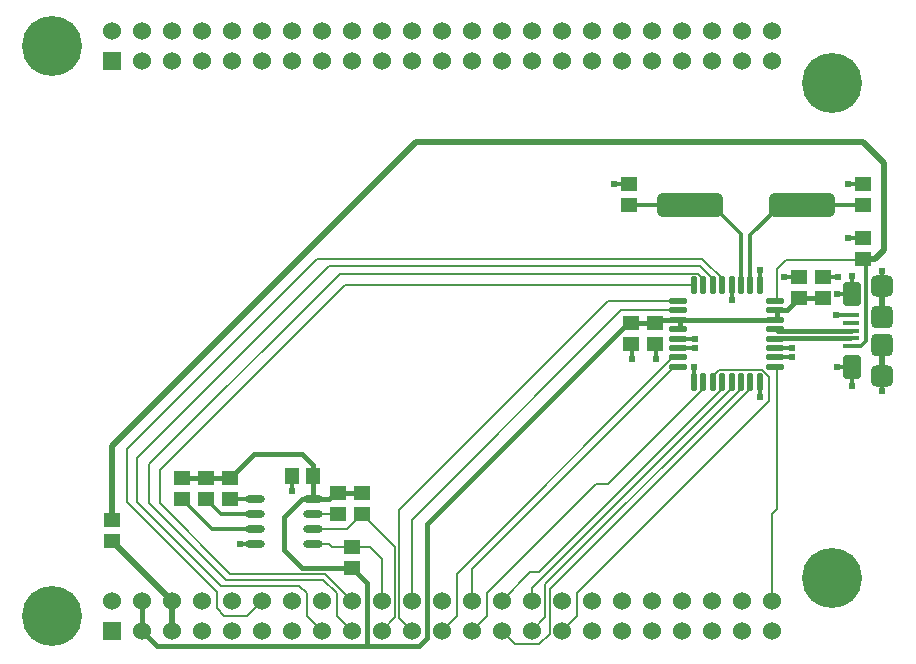
<source format=gtl>
G04 Layer_Physical_Order=1*
G04 Layer_Color=11767835*
%FSLAX25Y25*%
%MOIN*%
G70*
G01*
G75*
%ADD10R,0.05709X0.04528*%
G04:AMPARAMS|DCode=11|XSize=15.75mil|YSize=53.15mil|CornerRadius=3.94mil|HoleSize=0mil|Usage=FLASHONLY|Rotation=90.000|XOffset=0mil|YOffset=0mil|HoleType=Round|Shape=RoundedRectangle|*
%AMROUNDEDRECTD11*
21,1,0.01575,0.04528,0,0,90.0*
21,1,0.00787,0.05315,0,0,90.0*
1,1,0.00787,0.02264,0.00394*
1,1,0.00787,0.02264,-0.00394*
1,1,0.00787,-0.02264,-0.00394*
1,1,0.00787,-0.02264,0.00394*
%
%ADD11ROUNDEDRECTD11*%
G04:AMPARAMS|DCode=12|XSize=74.8mil|YSize=74.8mil|CornerRadius=18.7mil|HoleSize=0mil|Usage=FLASHONLY|Rotation=270.000|XOffset=0mil|YOffset=0mil|HoleType=Round|Shape=RoundedRectangle|*
%AMROUNDEDRECTD12*
21,1,0.07480,0.03740,0,0,270.0*
21,1,0.03740,0.07480,0,0,270.0*
1,1,0.03740,-0.01870,-0.01870*
1,1,0.03740,-0.01870,0.01870*
1,1,0.03740,0.01870,0.01870*
1,1,0.03740,0.01870,-0.01870*
%
%ADD12ROUNDEDRECTD12*%
G04:AMPARAMS|DCode=13|XSize=70.87mil|YSize=74.8mil|CornerRadius=17.72mil|HoleSize=0mil|Usage=FLASHONLY|Rotation=270.000|XOffset=0mil|YOffset=0mil|HoleType=Round|Shape=RoundedRectangle|*
%AMROUNDEDRECTD13*
21,1,0.07087,0.03937,0,0,270.0*
21,1,0.03543,0.07480,0,0,270.0*
1,1,0.03543,-0.01969,-0.01772*
1,1,0.03543,-0.01969,0.01772*
1,1,0.03543,0.01969,0.01772*
1,1,0.03543,0.01969,-0.01772*
%
%ADD13ROUNDEDRECTD13*%
G04:AMPARAMS|DCode=14|XSize=82.68mil|YSize=62.99mil|CornerRadius=15.75mil|HoleSize=0mil|Usage=FLASHONLY|Rotation=90.000|XOffset=0mil|YOffset=0mil|HoleType=Round|Shape=RoundedRectangle|*
%AMROUNDEDRECTD14*
21,1,0.08268,0.03150,0,0,90.0*
21,1,0.05118,0.06299,0,0,90.0*
1,1,0.03150,0.01575,0.02559*
1,1,0.03150,0.01575,-0.02559*
1,1,0.03150,-0.01575,-0.02559*
1,1,0.03150,-0.01575,0.02559*
%
%ADD14ROUNDEDRECTD14*%
%ADD15O,0.06693X0.02362*%
%ADD16R,0.04528X0.05709*%
G04:AMPARAMS|DCode=17|XSize=57.09mil|YSize=19.69mil|CornerRadius=4.92mil|HoleSize=0mil|Usage=FLASHONLY|Rotation=0.000|XOffset=0mil|YOffset=0mil|HoleType=Round|Shape=RoundedRectangle|*
%AMROUNDEDRECTD17*
21,1,0.05709,0.00984,0,0,0.0*
21,1,0.04724,0.01969,0,0,0.0*
1,1,0.00984,0.02362,-0.00492*
1,1,0.00984,-0.02362,-0.00492*
1,1,0.00984,-0.02362,0.00492*
1,1,0.00984,0.02362,0.00492*
%
%ADD17ROUNDEDRECTD17*%
G04:AMPARAMS|DCode=18|XSize=57.09mil|YSize=19.69mil|CornerRadius=4.92mil|HoleSize=0mil|Usage=FLASHONLY|Rotation=90.000|XOffset=0mil|YOffset=0mil|HoleType=Round|Shape=RoundedRectangle|*
%AMROUNDEDRECTD18*
21,1,0.05709,0.00984,0,0,90.0*
21,1,0.04724,0.01969,0,0,90.0*
1,1,0.00984,0.00492,0.02362*
1,1,0.00984,0.00492,-0.02362*
1,1,0.00984,-0.00492,-0.02362*
1,1,0.00984,-0.00492,0.02362*
%
%ADD18ROUNDEDRECTD18*%
G04:AMPARAMS|DCode=19|XSize=220.47mil|YSize=82.68mil|CornerRadius=20.67mil|HoleSize=0mil|Usage=FLASHONLY|Rotation=0.000|XOffset=0mil|YOffset=0mil|HoleType=Round|Shape=RoundedRectangle|*
%AMROUNDEDRECTD19*
21,1,0.22047,0.04134,0,0,0.0*
21,1,0.17913,0.08268,0,0,0.0*
1,1,0.04134,0.08957,-0.02067*
1,1,0.04134,-0.08957,-0.02067*
1,1,0.04134,-0.08957,0.02067*
1,1,0.04134,0.08957,0.02067*
%
%ADD19ROUNDEDRECTD19*%
%ADD20C,0.01600*%
%ADD21C,0.00600*%
%ADD22C,0.01200*%
%ADD23C,0.02000*%
%ADD24C,0.01800*%
%ADD25R,0.06000X0.06000*%
%ADD26C,0.06000*%
%ADD27C,0.20000*%
%ADD28C,0.02400*%
D10*
X478000Y446957D02*
D03*
Y454043D02*
D03*
X464500Y433957D02*
D03*
Y441043D02*
D03*
X456500Y433957D02*
D03*
Y441043D02*
D03*
X478000Y472043D02*
D03*
Y464957D02*
D03*
X400000Y464957D02*
D03*
Y472043D02*
D03*
X408500Y425543D02*
D03*
Y418457D02*
D03*
X400500Y425543D02*
D03*
Y418457D02*
D03*
X303000Y361957D02*
D03*
Y369043D02*
D03*
X311000Y361957D02*
D03*
Y369043D02*
D03*
X307500Y351043D02*
D03*
Y343957D02*
D03*
X259000Y366957D02*
D03*
Y374043D02*
D03*
X251000Y366957D02*
D03*
Y374043D02*
D03*
X267000Y366957D02*
D03*
Y374043D02*
D03*
X227500Y360087D02*
D03*
Y353000D02*
D03*
D11*
X473734Y428118D02*
D03*
Y417882D02*
D03*
Y420441D02*
D03*
Y425559D02*
D03*
Y423000D02*
D03*
D12*
X484266Y427724D02*
D03*
Y418276D02*
D03*
D13*
Y437961D02*
D03*
Y408039D02*
D03*
D14*
X474226Y435205D02*
D03*
Y410795D02*
D03*
D15*
X275354Y367000D02*
D03*
Y362000D02*
D03*
Y357000D02*
D03*
Y352000D02*
D03*
X294645Y367000D02*
D03*
Y362000D02*
D03*
Y357000D02*
D03*
Y352000D02*
D03*
D16*
X294543Y374500D02*
D03*
X287457D02*
D03*
D17*
X416358Y433024D02*
D03*
Y429874D02*
D03*
Y426724D02*
D03*
Y423575D02*
D03*
Y420425D02*
D03*
Y417276D02*
D03*
Y414126D02*
D03*
Y410976D02*
D03*
X448642D02*
D03*
Y414126D02*
D03*
Y417276D02*
D03*
Y420425D02*
D03*
Y423575D02*
D03*
Y426724D02*
D03*
Y429874D02*
D03*
Y433024D02*
D03*
D18*
X421476Y405858D02*
D03*
X424626D02*
D03*
X427776D02*
D03*
X430925D02*
D03*
X434075D02*
D03*
X437224D02*
D03*
X440374D02*
D03*
X443524D02*
D03*
Y438142D02*
D03*
X440374D02*
D03*
X437224D02*
D03*
X434075D02*
D03*
X430925D02*
D03*
X427776D02*
D03*
X424626D02*
D03*
X421476D02*
D03*
D19*
X420299Y465000D02*
D03*
X457701D02*
D03*
D20*
X302043Y369043D02*
X303000D01*
X300000Y367000D02*
X302043Y369043D01*
X294645Y367000D02*
X300000D01*
X399543Y425543D02*
X401000D01*
X332500Y358500D02*
X399543Y425543D01*
X332500Y320500D02*
Y358500D01*
X401489Y425543D02*
X409500D01*
X242500Y318000D02*
X312500D01*
X237500Y323000D02*
X242500Y318000D01*
X294645Y367000D02*
Y378355D01*
X291000Y367000D02*
X294645D01*
X285000Y361000D02*
X291000Y367000D01*
X285000Y350000D02*
Y361000D01*
Y350000D02*
X291043Y343957D01*
X307500D01*
X259000Y374043D02*
X267000D01*
X251000D02*
X259000D01*
X291000Y382000D02*
X294645Y378355D01*
X274957Y382000D02*
X291000D01*
X267000Y374043D02*
X274957Y382000D01*
X312500Y318000D02*
X330000D01*
X312500D02*
Y338957D01*
X307500Y343957D02*
X312500Y338957D01*
X303000Y369043D02*
X311000D01*
X330000Y318000D02*
X332500Y320500D01*
X237500Y323000D02*
Y333000D01*
X409500Y425543D02*
X410681Y426724D01*
X416858D01*
Y423575D02*
Y426724D01*
X449142D01*
X456500Y433957D02*
X464500D01*
X449142Y426724D02*
Y429874D01*
X452417D01*
X456500Y433957D01*
D21*
X424240Y447000D02*
X431425Y439815D01*
X296000Y447000D02*
X424240D01*
X232500Y383500D02*
X296000Y447000D01*
X423591Y444500D02*
X428276Y439815D01*
X300000Y444500D02*
X423591D01*
X236000Y380500D02*
X300000Y444500D01*
X446500Y399500D02*
Y407705D01*
X430000Y410000D02*
X444205D01*
X446500Y407705D01*
X427776Y407776D02*
X430000Y410000D01*
X427776Y405858D02*
Y407776D01*
X416358Y414126D02*
X416858D01*
X414626D02*
X416358D01*
X342500Y328000D02*
Y342000D01*
X414626Y414126D01*
X298500Y342000D02*
X307500Y333000D01*
X267000Y342000D02*
X298500D01*
X243500Y365500D02*
X267000Y342000D01*
X290000Y338000D02*
X292500Y335500D01*
X264000Y338000D02*
X290000D01*
X236000Y366000D02*
X264000Y338000D01*
X298000Y340000D02*
X302500Y335500D01*
X265500Y340000D02*
X298000D01*
X240000Y365500D02*
X265500Y340000D01*
X240000Y365500D02*
Y378500D01*
X272500Y328000D02*
X277500Y333000D01*
X265000Y328000D02*
X272500D01*
X262500Y330500D02*
X265000Y328000D01*
X262500Y330500D02*
Y336000D01*
X232500Y366000D02*
X262500Y336000D01*
X243500Y376500D02*
X305142Y438142D01*
X243500Y365500D02*
Y376500D01*
X240000Y378500D02*
X303396Y441896D01*
X236000Y366000D02*
Y380500D01*
X232500Y366000D02*
Y383500D01*
X292500Y328000D02*
Y335500D01*
X423045Y441896D02*
X425126Y439815D01*
X303396Y441896D02*
X423045D01*
X292500Y328000D02*
X297500Y323000D01*
X302500Y328000D02*
X307500Y323000D01*
X302500Y328000D02*
Y335500D01*
X307500Y351043D02*
X313457D01*
X317500Y347000D01*
X294645Y352000D02*
X300000D01*
X300957Y351043D02*
X307500D01*
X300000Y352000D02*
X300957Y351043D01*
X311000Y361957D02*
X322000Y350957D01*
X317500Y323000D02*
X322000Y327500D01*
Y350957D01*
X294645Y357000D02*
X306043D01*
X311000Y361957D01*
X294645Y362000D02*
X302957D01*
X323200Y363200D02*
X393024Y433024D01*
X323200Y327300D02*
Y363200D01*
Y327300D02*
X327500Y323000D01*
X317500Y333000D02*
Y347000D01*
X393024Y433024D02*
X416858D01*
X327500Y333000D02*
Y360000D01*
X397374Y429874D01*
X416858D01*
X382500Y335500D02*
X446500Y399500D01*
X382500Y328000D02*
Y335500D01*
X347500Y333000D02*
Y343500D01*
X414976Y410976D01*
X352500Y328000D02*
Y335500D01*
X347500Y323000D02*
X352500Y328000D01*
X389000Y372000D02*
X392941D01*
X425126Y404185D01*
X337500Y323000D02*
X342500Y328000D01*
X352500Y335500D02*
X389000Y372000D01*
X414976Y410976D02*
X416858D01*
X452100Y446600D02*
X478143D01*
X449142Y443642D02*
X452100Y446600D01*
X478143D02*
X478500Y446957D01*
X447500Y333000D02*
X447642Y333142D01*
Y362000D01*
X449142Y363500D02*
Y410976D01*
X447642Y362000D02*
X449142Y363500D01*
X372000Y338460D02*
X437724Y404185D01*
X372000Y327500D02*
Y338460D01*
X367500Y323000D02*
X372000Y327500D01*
X373500Y336811D02*
X440874Y404185D01*
X373500Y322000D02*
Y336811D01*
X370000Y318500D02*
X373500Y322000D01*
X362000Y318500D02*
X370000D01*
X357500Y323000D02*
X362000Y318500D01*
X377500Y323000D02*
X382500Y328000D01*
X357500Y333000D02*
X367000Y342500D01*
X369740D01*
X367500Y333000D02*
Y337110D01*
X305142Y438142D02*
X421976D01*
X367500Y337110D02*
X434575Y404185D01*
X369740Y342500D02*
X431425Y404185D01*
X425126D02*
Y405858D01*
X449142Y433024D02*
Y443642D01*
D22*
X473000Y454000D02*
X478457D01*
X478500Y454043D01*
X401000Y413457D02*
Y418457D01*
X409000Y413457D02*
Y418457D01*
X443524Y438142D02*
Y443142D01*
X434075Y433142D02*
Y438142D01*
X421476Y405858D02*
Y410858D01*
X443524Y400858D02*
Y405858D01*
X464500Y441043D02*
X469500D01*
X270354Y352000D02*
X275354D01*
X251000Y366957D02*
X260957Y357000D01*
X275354D01*
X259000Y366957D02*
X263957Y362000D01*
X275354D01*
X267043Y367000D02*
X275354D01*
X478500Y446957D02*
X479000Y446457D01*
Y419500D02*
Y446457D01*
X477382Y417882D02*
X479000Y419500D01*
X473734Y417882D02*
X477382D01*
X473000Y472043D02*
X478000D01*
X287457Y369500D02*
Y374500D01*
X449142Y417276D02*
X454142D01*
X449142Y414126D02*
X454142D01*
X416858Y417276D02*
X421858D01*
X416858Y420425D02*
X421858D01*
X440374Y438142D02*
Y454874D01*
X450500Y465000D02*
X457701D01*
X440374Y454874D02*
X450500Y465000D01*
X437224Y438142D02*
Y455276D01*
X427500Y465000D02*
X437224Y455276D01*
X420299Y465000D02*
X427500D01*
X400043D02*
X420299D01*
X457701D02*
X457744Y464957D01*
X478000D01*
X395000Y472043D02*
X400000D01*
X468734Y428118D02*
X473734D01*
X469226Y435205D02*
X474226D01*
X469226Y410795D02*
X474226D01*
Y404726D02*
Y410795D01*
X484266Y403039D02*
Y408039D01*
Y437961D02*
Y442961D01*
X451500Y441043D02*
X456500D01*
X474226Y435205D02*
Y441274D01*
D23*
X247500Y323000D02*
Y333000D01*
X481957Y446957D02*
X485000Y450000D01*
X478500Y446957D02*
X481957D01*
X329000Y486000D02*
X478000D01*
X227500Y384500D02*
X329000Y486000D01*
X227500Y360087D02*
Y384500D01*
Y353000D02*
X247500Y333000D01*
X485000Y450000D02*
Y479000D01*
X478000Y486000D02*
X485000Y479000D01*
X484266Y408039D02*
Y418276D01*
Y427724D02*
Y437961D01*
D24*
X449817Y420600D02*
X473575D01*
X449642Y420425D02*
X449817Y420600D01*
X449500Y423000D02*
X473734D01*
D25*
X227500Y323000D02*
D03*
Y513000D02*
D03*
D26*
X237500Y323000D02*
D03*
X247500D02*
D03*
X257500D02*
D03*
X267500D02*
D03*
X277500D02*
D03*
X287500D02*
D03*
X297500D02*
D03*
X307500D02*
D03*
X317500D02*
D03*
X327500D02*
D03*
X337500D02*
D03*
X347500D02*
D03*
X357500D02*
D03*
X367500D02*
D03*
X377500D02*
D03*
X387500D02*
D03*
X397500D02*
D03*
X407500D02*
D03*
X417500D02*
D03*
X427500D02*
D03*
X437500D02*
D03*
X447500D02*
D03*
X227500Y333000D02*
D03*
X237500D02*
D03*
X247500D02*
D03*
X257500D02*
D03*
X267500D02*
D03*
X277500D02*
D03*
X287500D02*
D03*
X297500D02*
D03*
X307500D02*
D03*
X317500D02*
D03*
X327500D02*
D03*
X337500D02*
D03*
X347500D02*
D03*
X357500D02*
D03*
X367500D02*
D03*
X377500D02*
D03*
X387500D02*
D03*
X397500D02*
D03*
X407500D02*
D03*
X417500D02*
D03*
X427500D02*
D03*
X437500D02*
D03*
X447500D02*
D03*
X237500Y513000D02*
D03*
X247500D02*
D03*
X257500D02*
D03*
X267500D02*
D03*
X277500D02*
D03*
X287500D02*
D03*
X297500D02*
D03*
X307500D02*
D03*
X317500D02*
D03*
X327500D02*
D03*
X337500D02*
D03*
X347500D02*
D03*
X357500D02*
D03*
X367500D02*
D03*
X377500D02*
D03*
X387500D02*
D03*
X397500D02*
D03*
X407500D02*
D03*
X417500D02*
D03*
X427500D02*
D03*
X437500D02*
D03*
X447500D02*
D03*
X227500Y523000D02*
D03*
X237500D02*
D03*
X247500D02*
D03*
X257500D02*
D03*
X267500D02*
D03*
X277500D02*
D03*
X287500D02*
D03*
X297500D02*
D03*
X307500D02*
D03*
X317500D02*
D03*
X327500D02*
D03*
X337500D02*
D03*
X347500D02*
D03*
X357500D02*
D03*
X367500D02*
D03*
X377500D02*
D03*
X387500D02*
D03*
X397500D02*
D03*
X407500D02*
D03*
X417500D02*
D03*
X427500D02*
D03*
X437500D02*
D03*
X447500D02*
D03*
D27*
X467500Y505500D02*
D03*
Y340500D02*
D03*
X207500Y518000D02*
D03*
Y328000D02*
D03*
D28*
X473000Y454000D02*
D03*
X401000Y413457D02*
D03*
X409000D02*
D03*
X443524Y443142D02*
D03*
X434075Y433142D02*
D03*
X421476Y410858D02*
D03*
X443524Y400858D02*
D03*
X469500Y441043D02*
D03*
X270354Y352000D02*
D03*
X473000Y472043D02*
D03*
X287457Y369500D02*
D03*
X454142Y417276D02*
D03*
Y414126D02*
D03*
X421858Y417276D02*
D03*
Y420425D02*
D03*
X395000Y472043D02*
D03*
X468734Y428118D02*
D03*
X469226Y435205D02*
D03*
Y410795D02*
D03*
X474226Y404726D02*
D03*
X484266Y403039D02*
D03*
Y442961D02*
D03*
X451500Y441043D02*
D03*
X474226Y441274D02*
D03*
M02*

</source>
